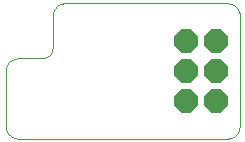
<source format=gbs>
G75*
G70*
%OFA0B0*%
%FSLAX24Y24*%
%IPPOS*%
%LPD*%
%AMOC8*
5,1,8,0,0,1.08239X$1,22.5*
%
%ADD10C,0.0000*%
%ADD11OC8,0.0780*%
D10*
X002267Y003074D02*
X009233Y003074D01*
X009271Y003076D01*
X009309Y003081D01*
X009347Y003090D01*
X009383Y003102D01*
X009418Y003118D01*
X009451Y003136D01*
X009483Y003158D01*
X009513Y003182D01*
X009540Y003209D01*
X009564Y003239D01*
X009586Y003271D01*
X009604Y003304D01*
X009620Y003339D01*
X009632Y003375D01*
X009641Y003413D01*
X009646Y003451D01*
X009648Y003489D01*
X009649Y003489D02*
X009649Y007163D01*
X009647Y007202D01*
X009642Y007240D01*
X009633Y007278D01*
X009621Y007314D01*
X009605Y007350D01*
X009586Y007384D01*
X009564Y007416D01*
X009540Y007445D01*
X009512Y007473D01*
X009483Y007497D01*
X009451Y007519D01*
X009417Y007538D01*
X009381Y007554D01*
X009345Y007566D01*
X009307Y007575D01*
X009269Y007580D01*
X009230Y007582D01*
X003814Y007582D01*
X003776Y007579D01*
X003738Y007573D01*
X003701Y007563D01*
X003665Y007550D01*
X003630Y007534D01*
X003597Y007514D01*
X003566Y007492D01*
X003537Y007467D01*
X003510Y007439D01*
X003486Y007409D01*
X003465Y007377D01*
X003447Y007343D01*
X003433Y007307D01*
X003421Y007270D01*
X003413Y007233D01*
X003409Y007195D01*
X003408Y007156D01*
X003408Y006095D01*
X003409Y006095D02*
X003407Y006059D01*
X003401Y006023D01*
X003392Y005989D01*
X003379Y005955D01*
X003363Y005923D01*
X003343Y005893D01*
X003321Y005865D01*
X003295Y005839D01*
X003267Y005817D01*
X003237Y005797D01*
X003205Y005781D01*
X003171Y005768D01*
X003137Y005759D01*
X003101Y005753D01*
X003065Y005751D01*
X002257Y005751D01*
X002220Y005749D01*
X002183Y005744D01*
X002146Y005736D01*
X002111Y005724D01*
X002077Y005709D01*
X002044Y005690D01*
X002014Y005669D01*
X001985Y005646D01*
X001958Y005619D01*
X001935Y005590D01*
X001914Y005560D01*
X001895Y005527D01*
X001880Y005493D01*
X001868Y005458D01*
X001860Y005421D01*
X001855Y005384D01*
X001853Y005347D01*
X001853Y003488D01*
X001855Y003450D01*
X001860Y003412D01*
X001869Y003375D01*
X001881Y003338D01*
X001896Y003303D01*
X001915Y003270D01*
X001937Y003239D01*
X001961Y003209D01*
X001988Y003182D01*
X002018Y003158D01*
X002049Y003136D01*
X002082Y003117D01*
X002117Y003102D01*
X002154Y003090D01*
X002191Y003081D01*
X002229Y003076D01*
X002267Y003074D01*
D11*
X007849Y004318D03*
X008849Y004318D03*
X008849Y005318D03*
X007849Y005318D03*
X007849Y006318D03*
X008849Y006318D03*
M02*

</source>
